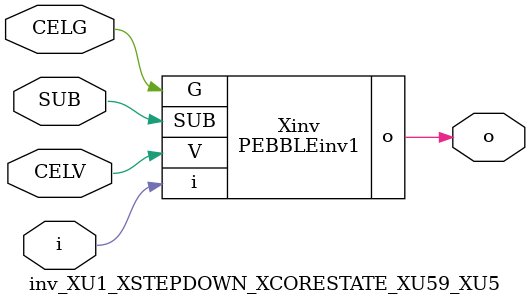
<source format=v>



module PEBBLEinv1 ( o, G, SUB, V, i );

  input V;
  input i;
  input G;
  output o;
  input SUB;
endmodule

//Celera Confidential Do Not Copy inv_XU1_XSTEPDOWN_XCORESTATE_XU59_XU5
//Celera Confidential Symbol Generator
//5V Inverter
module inv_XU1_XSTEPDOWN_XCORESTATE_XU59_XU5 (CELV,CELG,i,o,SUB);
input CELV;
input CELG;
input i;
input SUB;
output o;

//Celera Confidential Do Not Copy inv
PEBBLEinv1 Xinv(
.V (CELV),
.i (i),
.o (o),
.SUB (SUB),
.G (CELG)
);
//,diesize,PEBBLEinv1

//Celera Confidential Do Not Copy Module End
//Celera Schematic Generator
endmodule

</source>
